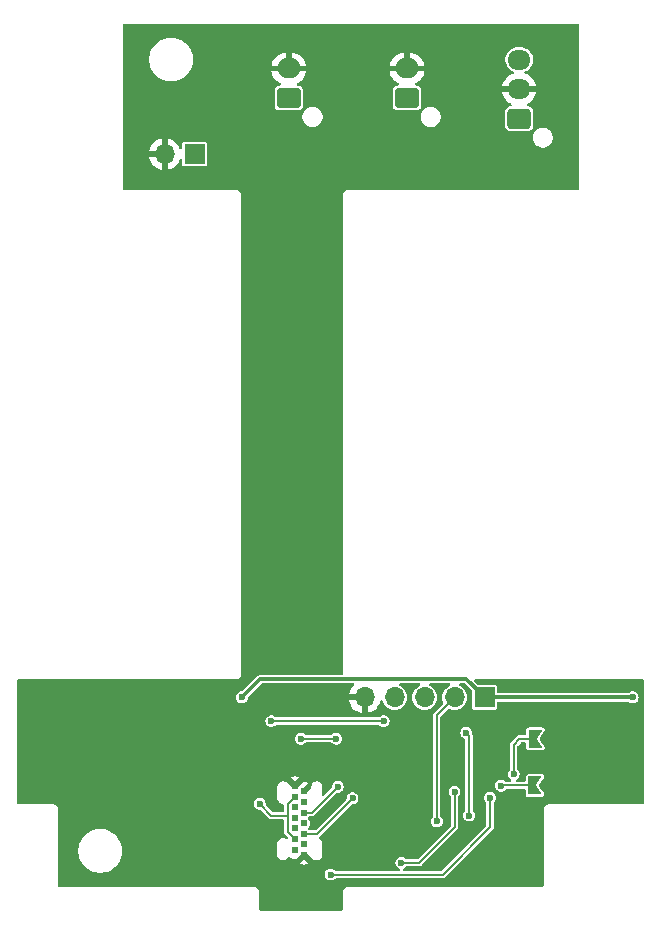
<source format=gbr>
%TF.GenerationSoftware,KiCad,Pcbnew,8.0.8*%
%TF.CreationDate,2025-01-17T17:00:28+08:00*%
%TF.ProjectId,The Button,54686520-4275-4747-946f-6e2e6b696361,rev?*%
%TF.SameCoordinates,Original*%
%TF.FileFunction,Copper,L2,Bot*%
%TF.FilePolarity,Positive*%
%FSLAX46Y46*%
G04 Gerber Fmt 4.6, Leading zero omitted, Abs format (unit mm)*
G04 Created by KiCad (PCBNEW 8.0.8) date 2025-01-17 17:00:28*
%MOMM*%
%LPD*%
G01*
G04 APERTURE LIST*
G04 Aperture macros list*
%AMRoundRect*
0 Rectangle with rounded corners*
0 $1 Rounding radius*
0 $2 $3 $4 $5 $6 $7 $8 $9 X,Y pos of 4 corners*
0 Add a 4 corners polygon primitive as box body*
4,1,4,$2,$3,$4,$5,$6,$7,$8,$9,$2,$3,0*
0 Add four circle primitives for the rounded corners*
1,1,$1+$1,$2,$3*
1,1,$1+$1,$4,$5*
1,1,$1+$1,$6,$7*
1,1,$1+$1,$8,$9*
0 Add four rect primitives between the rounded corners*
20,1,$1+$1,$2,$3,$4,$5,0*
20,1,$1+$1,$4,$5,$6,$7,0*
20,1,$1+$1,$6,$7,$8,$9,0*
20,1,$1+$1,$8,$9,$2,$3,0*%
%AMFreePoly0*
4,1,6,1.000000,0.000000,0.500000,-0.750000,-0.500000,-0.750000,-0.500000,0.750000,0.500000,0.750000,1.000000,0.000000,1.000000,0.000000,$1*%
%AMFreePoly1*
4,1,6,0.500000,-0.750000,-0.650000,-0.750000,-0.150000,0.000000,-0.650000,0.750000,0.500000,0.750000,0.500000,-0.750000,0.500000,-0.750000,$1*%
G04 Aperture macros list end*
%TA.AperFunction,SMDPad,CuDef*%
%ADD10FreePoly0,180.000000*%
%TD*%
%TA.AperFunction,SMDPad,CuDef*%
%ADD11FreePoly1,180.000000*%
%TD*%
%TA.AperFunction,ComponentPad*%
%ADD12R,1.700000X1.700000*%
%TD*%
%TA.AperFunction,ComponentPad*%
%ADD13O,1.700000X1.700000*%
%TD*%
%TA.AperFunction,ComponentPad*%
%ADD14RoundRect,0.250000X0.750000X-0.600000X0.750000X0.600000X-0.750000X0.600000X-0.750000X-0.600000X0*%
%TD*%
%TA.AperFunction,ComponentPad*%
%ADD15O,2.000000X1.700000*%
%TD*%
%TA.AperFunction,ComponentPad*%
%ADD16RoundRect,0.250000X0.725000X-0.600000X0.725000X0.600000X-0.725000X0.600000X-0.725000X-0.600000X0*%
%TD*%
%TA.AperFunction,ComponentPad*%
%ADD17O,1.950000X1.700000*%
%TD*%
%TA.AperFunction,ComponentPad*%
%ADD18C,0.609600*%
%TD*%
%TA.AperFunction,ViaPad*%
%ADD19C,0.600000*%
%TD*%
%TA.AperFunction,Conductor*%
%ADD20C,0.200000*%
%TD*%
%TA.AperFunction,Conductor*%
%ADD21C,0.300000*%
%TD*%
G04 APERTURE END LIST*
D10*
%TO.P,JP2,1,A*%
%TO.N,GND*%
X192225000Y-85000000D03*
D11*
%TO.P,JP2,2,B*%
%TO.N,HW_CFG_2*%
X190775000Y-85000000D03*
%TD*%
%TO.P,JP1,2,B*%
%TO.N,HW_CFG_1*%
X190731908Y-88958646D03*
D10*
%TO.P,JP1,1,A*%
%TO.N,GND*%
X192181908Y-88958646D03*
%TD*%
D12*
%TO.P,J7,1,Pin_1*%
%TO.N,Net-(J7-Pin_1)*%
X162000000Y-35500000D03*
D13*
%TO.P,J7,2,Pin_2*%
%TO.N,GND*%
X159460000Y-35500000D03*
%TD*%
%TO.P,J5,5,Pin_5*%
%TO.N,GND*%
X176390000Y-81500000D03*
%TO.P,J5,4,Pin_4*%
%TO.N,NRST*%
X178930000Y-81500000D03*
%TO.P,J5,3,Pin_3*%
%TO.N,SWDCLK*%
X181470000Y-81500000D03*
%TO.P,J5,2,Pin_2*%
%TO.N,SWDIO*%
X184010000Y-81500000D03*
D12*
%TO.P,J5,1,Pin_1*%
%TO.N,VDD_3V*%
X186550000Y-81500000D03*
%TD*%
D14*
%TO.P,J1,1,Pin_1*%
%TO.N,BTN_HI*%
X169975000Y-30750000D03*
D15*
%TO.P,J1,2,Pin_2*%
%TO.N,GND*%
X169975000Y-28250000D03*
%TD*%
D16*
%TO.P,J6,1,Pin_1*%
%TO.N,BTN_KEY*%
X189475000Y-32500000D03*
D17*
%TO.P,J6,2,Pin_2*%
%TO.N,GND*%
X189475000Y-30000000D03*
%TO.P,J6,3,Pin_3*%
%TO.N,unconnected-(J6-Pin_3-Pad3)*%
X189475000Y-27500000D03*
%TD*%
D18*
%TO.P,J2,A1,GND*%
%TO.N,GND*%
X170500000Y-94399999D03*
%TO.P,J2,A4,VBUS*%
%TO.N,VDDA_5V*%
X170500000Y-93499998D03*
%TO.P,J2,A5,CC1*%
%TO.N,Net-(J2-CC1)*%
X170500000Y-92600000D03*
%TO.P,J2,A6,DP1*%
%TO.N,D_P*%
X170500000Y-91699999D03*
%TO.P,J2,A7,DN1*%
%TO.N,D_N*%
X170500000Y-90799999D03*
%TO.P,J2,A9,VBUS*%
%TO.N,VDDA_5V*%
X170500000Y-89900000D03*
%TO.P,J2,A12,GND*%
%TO.N,GND*%
X170500000Y-89000000D03*
%TO.P,J2,B1,GND*%
X171280001Y-89450000D03*
%TO.P,J2,B4,VBUS*%
%TO.N,VDDA_5V*%
X171280001Y-90350000D03*
%TO.P,J2,B5,CC2*%
%TO.N,Net-(J2-CC2)*%
X171280001Y-91249999D03*
%TO.P,J2,B6,DP2*%
%TO.N,D_P*%
X171280001Y-92149999D03*
%TO.P,J2,B7,DN2*%
%TO.N,D_N*%
X171280001Y-93050000D03*
%TO.P,J2,B9,VBUS*%
%TO.N,VDDA_5V*%
X171280001Y-93949998D03*
%TO.P,J2,B12,GND*%
%TO.N,GND*%
X171280001Y-94849999D03*
%TD*%
D14*
%TO.P,J4,1,Pin_1*%
%TO.N,BTN_LO*%
X179975000Y-30750000D03*
D15*
%TO.P,J4,2,Pin_2*%
%TO.N,GND*%
X179975000Y-28250000D03*
%TD*%
D19*
%TO.N,HW_CFG_1*%
X187941167Y-88967837D03*
%TO.N,HW_CFG_2*%
X189000000Y-88000000D03*
%TO.N,GND*%
X177637500Y-91000000D03*
X184500000Y-97250000D03*
X191000000Y-93500000D03*
X189730000Y-87152933D03*
X196750000Y-83000000D03*
X171250000Y-82750000D03*
X180500000Y-86250000D03*
X183250000Y-90500000D03*
X184750000Y-93750000D03*
X187250000Y-94000000D03*
X197000000Y-85000000D03*
X194000000Y-83000000D03*
X189000000Y-84000000D03*
X190000000Y-96250000D03*
X173750000Y-94250000D03*
X170500000Y-86750000D03*
X171000000Y-98000000D03*
X164500000Y-94250000D03*
X152250000Y-82000000D03*
X161500000Y-83250000D03*
X169500000Y-42250000D03*
X171250000Y-44000000D03*
X172750000Y-46750000D03*
X174250000Y-49750000D03*
X174250000Y-63500000D03*
X174250000Y-77250000D03*
X172750000Y-74250000D03*
X171250000Y-70500000D03*
X169500000Y-66250000D03*
X169500000Y-55500000D03*
X171250000Y-58250000D03*
X172750000Y-60750000D03*
X172750000Y-39750000D03*
X171500000Y-37500000D03*
X177500000Y-36500000D03*
X168000000Y-36500000D03*
X167000000Y-41000000D03*
X167000000Y-50000000D03*
X167000000Y-63000000D03*
X167000000Y-76500000D03*
X167500000Y-85000000D03*
X169500000Y-81500000D03*
X173500000Y-82500000D03*
%TO.N,Net-(J7-Pin_1)*%
X168500000Y-83500000D03*
X178000000Y-83500000D03*
%TO.N,BTN_HI*%
X171000000Y-85000000D03*
X174000000Y-85000000D03*
%TO.N,USR_LED_1*%
X187000000Y-90000000D03*
X173500000Y-96500000D03*
%TO.N,USR_LED_2*%
X184000000Y-89500000D03*
X179505241Y-95505241D03*
%TO.N,VDD_3V*%
X166000000Y-81500000D03*
%TO.N,SWDIO*%
X182500002Y-92000000D03*
%TO.N,SWDCLK*%
X185000000Y-84500000D03*
X185230000Y-91500000D03*
%TO.N,VDD_3V*%
X199090000Y-81500000D03*
%TO.N,VDDA_5V*%
X167500000Y-90500000D03*
%TO.N,Net-(J2-CC2)*%
X174111199Y-89078823D03*
%TO.N,D_N*%
X175362514Y-90050000D03*
%TO.N,GND*%
X152500000Y-89000000D03*
X161750000Y-87250000D03*
X159750000Y-92250000D03*
X157500000Y-96500000D03*
%TD*%
D20*
%TO.N,HW_CFG_1*%
X190731908Y-88958646D02*
X188041354Y-88958646D01*
X188041354Y-88958646D02*
X188000000Y-89000000D01*
X187967837Y-88967837D02*
X187941167Y-88967837D01*
X188000000Y-89000000D02*
X187967837Y-88967837D01*
%TO.N,HW_CFG_2*%
X189500000Y-85000000D02*
X190275000Y-85000000D01*
X189000000Y-85500000D02*
X189000000Y-88000000D01*
X189500000Y-85000000D02*
X189000000Y-85500000D01*
%TO.N,Net-(J2-CC2)*%
X171280001Y-91249999D02*
X171940023Y-91249999D01*
X171940023Y-91249999D02*
X174111199Y-89078823D01*
%TO.N,BTN_HI*%
X174000000Y-85000000D02*
X171000000Y-85000000D01*
%TO.N,Net-(J7-Pin_1)*%
X178000000Y-83500000D02*
X168500000Y-83500000D01*
D21*
%TO.N,VDD_3V*%
X186550000Y-81500000D02*
X185000000Y-79950000D01*
X185000000Y-79950000D02*
X167550000Y-79950000D01*
X167550000Y-79950000D02*
X166000000Y-81500000D01*
D20*
%TO.N,USR_LED_2*%
X184000000Y-92500000D02*
X184000000Y-89500000D01*
X179505241Y-95505241D02*
X180994759Y-95505241D01*
X180994759Y-95505241D02*
X184000000Y-92500000D01*
%TO.N,SWDIO*%
X184010000Y-81500000D02*
X182500002Y-83009998D01*
X182500002Y-83009998D02*
X182500002Y-92000000D01*
%TO.N,USR_LED_1*%
X173500000Y-96500000D02*
X183000000Y-96500000D01*
X183000000Y-96500000D02*
X187000000Y-92500000D01*
X187000000Y-92500000D02*
X187000000Y-90000000D01*
%TO.N,SWDCLK*%
X185000000Y-84500000D02*
X185230000Y-84730000D01*
X185230000Y-84730000D02*
X185230000Y-91500000D01*
D21*
%TO.N,VDD_3V*%
X186550000Y-81500000D02*
X199090000Y-81500000D01*
D20*
%TO.N,VDDA_5V*%
X169866800Y-91500000D02*
X169866800Y-90533200D01*
X169866800Y-92866798D02*
X169866800Y-91500000D01*
X168500000Y-91500000D02*
X167500000Y-90500000D01*
X169866800Y-91500000D02*
X168500000Y-91500000D01*
X170500000Y-93499998D02*
X169866800Y-92866798D01*
X169866800Y-90533200D02*
X170500000Y-89900000D01*
%TO.N,D_N*%
X171280001Y-93050000D02*
X172362514Y-93050000D01*
X172362514Y-93050000D02*
X175362514Y-90050000D01*
%TD*%
%TA.AperFunction,Conductor*%
%TO.N,GND*%
G36*
X194492539Y-24470185D02*
G01*
X194538294Y-24522989D01*
X194549500Y-24574500D01*
X194549500Y-38425500D01*
X194529815Y-38492539D01*
X194477011Y-38538294D01*
X194425500Y-38549500D01*
X175059309Y-38549500D01*
X174940691Y-38549500D01*
X174826114Y-38580201D01*
X174826112Y-38580201D01*
X174826112Y-38580202D01*
X174723387Y-38639511D01*
X174723384Y-38639513D01*
X174639513Y-38723384D01*
X174639511Y-38723387D01*
X174580201Y-38826114D01*
X174549500Y-38940691D01*
X174549500Y-38940693D01*
X174549500Y-79475500D01*
X174529815Y-79542539D01*
X174477011Y-79588294D01*
X174425500Y-79599500D01*
X167503856Y-79599500D01*
X167414712Y-79623386D01*
X167414709Y-79623387D01*
X167334791Y-79669527D01*
X167334786Y-79669531D01*
X166041137Y-80963181D01*
X165979814Y-80996666D01*
X165953456Y-80999500D01*
X165928036Y-80999500D01*
X165789949Y-81040045D01*
X165668873Y-81117856D01*
X165668872Y-81117856D01*
X165668872Y-81117857D01*
X165665218Y-81122074D01*
X165574623Y-81226626D01*
X165574622Y-81226628D01*
X165514834Y-81357543D01*
X165494353Y-81500000D01*
X165514834Y-81642456D01*
X165568266Y-81759454D01*
X165574623Y-81773373D01*
X165668872Y-81882143D01*
X165789947Y-81959953D01*
X165789950Y-81959954D01*
X165789949Y-81959954D01*
X165880686Y-81986596D01*
X165926336Y-82000000D01*
X165928036Y-82000499D01*
X165928038Y-82000500D01*
X165928039Y-82000500D01*
X166071962Y-82000500D01*
X166071962Y-82000499D01*
X166210053Y-81959953D01*
X166331128Y-81882143D01*
X166425377Y-81773373D01*
X166485165Y-81642457D01*
X166501447Y-81529208D01*
X166530470Y-81465656D01*
X166536489Y-81459191D01*
X167658863Y-80336819D01*
X167720186Y-80303334D01*
X167746544Y-80300500D01*
X175380950Y-80300500D01*
X175447989Y-80320185D01*
X175493744Y-80372989D01*
X175503688Y-80442147D01*
X175474663Y-80505703D01*
X175468631Y-80512181D01*
X175351891Y-80628920D01*
X175351886Y-80628926D01*
X175216400Y-80822420D01*
X175216399Y-80822422D01*
X175116570Y-81036507D01*
X175116567Y-81036513D01*
X175059364Y-81249999D01*
X175059364Y-81250000D01*
X175956988Y-81250000D01*
X175924075Y-81307007D01*
X175890000Y-81434174D01*
X175890000Y-81565826D01*
X175924075Y-81692993D01*
X175956988Y-81750000D01*
X175059364Y-81750000D01*
X175116567Y-81963486D01*
X175116570Y-81963492D01*
X175216399Y-82177578D01*
X175351894Y-82371082D01*
X175518917Y-82538105D01*
X175712421Y-82673600D01*
X175926507Y-82773429D01*
X175926516Y-82773433D01*
X176140000Y-82830634D01*
X176140000Y-81933012D01*
X176197007Y-81965925D01*
X176324174Y-82000000D01*
X176455826Y-82000000D01*
X176582993Y-81965925D01*
X176640000Y-81933012D01*
X176640000Y-82830633D01*
X176853483Y-82773433D01*
X176853492Y-82773429D01*
X177067578Y-82673600D01*
X177261082Y-82538105D01*
X177428105Y-82371082D01*
X177563600Y-82177578D01*
X177663429Y-81963492D01*
X177663433Y-81963483D01*
X177696158Y-81841350D01*
X177732522Y-81781690D01*
X177795369Y-81751160D01*
X177864745Y-81759454D01*
X177918623Y-81803939D01*
X177934593Y-81837447D01*
X177948152Y-81882145D01*
X177954769Y-81903956D01*
X177961502Y-81916554D01*
X178052315Y-82086450D01*
X178052317Y-82086452D01*
X178183589Y-82246410D01*
X178280209Y-82325702D01*
X178343550Y-82377685D01*
X178526046Y-82475232D01*
X178724066Y-82535300D01*
X178724065Y-82535300D01*
X178742529Y-82537118D01*
X178930000Y-82555583D01*
X179135934Y-82535300D01*
X179333954Y-82475232D01*
X179516450Y-82377685D01*
X179676410Y-82246410D01*
X179807685Y-82086450D01*
X179905232Y-81903954D01*
X179965300Y-81705934D01*
X179985583Y-81500000D01*
X179965300Y-81294066D01*
X179905232Y-81096046D01*
X179807685Y-80913550D01*
X179732897Y-80822420D01*
X179676410Y-80753589D01*
X179526121Y-80630252D01*
X179516450Y-80622315D01*
X179350959Y-80533857D01*
X179301116Y-80484895D01*
X179285656Y-80416757D01*
X179309488Y-80351078D01*
X179365046Y-80308709D01*
X179409414Y-80300500D01*
X180990586Y-80300500D01*
X181057625Y-80320185D01*
X181103380Y-80372989D01*
X181113324Y-80442147D01*
X181084299Y-80505703D01*
X181049040Y-80533857D01*
X180883550Y-80622315D01*
X180883548Y-80622316D01*
X180883547Y-80622317D01*
X180723589Y-80753589D01*
X180596161Y-80908863D01*
X180592315Y-80913550D01*
X180562042Y-80970186D01*
X180494769Y-81096043D01*
X180434699Y-81294067D01*
X180414417Y-81500000D01*
X180434699Y-81705932D01*
X180455157Y-81773373D01*
X180488152Y-81882145D01*
X180494769Y-81903956D01*
X180501502Y-81916554D01*
X180592315Y-82086450D01*
X180592317Y-82086452D01*
X180723589Y-82246410D01*
X180820209Y-82325702D01*
X180883550Y-82377685D01*
X181066046Y-82475232D01*
X181264066Y-82535300D01*
X181264065Y-82535300D01*
X181282529Y-82537118D01*
X181470000Y-82555583D01*
X181675934Y-82535300D01*
X181873954Y-82475232D01*
X182056450Y-82377685D01*
X182216410Y-82246410D01*
X182347685Y-82086450D01*
X182445232Y-81903954D01*
X182505300Y-81705934D01*
X182525583Y-81500000D01*
X182505300Y-81294066D01*
X182445232Y-81096046D01*
X182347685Y-80913550D01*
X182272897Y-80822420D01*
X182216410Y-80753589D01*
X182066121Y-80630252D01*
X182056450Y-80622315D01*
X181890959Y-80533857D01*
X181841116Y-80484895D01*
X181825656Y-80416757D01*
X181849488Y-80351078D01*
X181905046Y-80308709D01*
X181949414Y-80300500D01*
X183530586Y-80300500D01*
X183597625Y-80320185D01*
X183643380Y-80372989D01*
X183653324Y-80442147D01*
X183624299Y-80505703D01*
X183589040Y-80533857D01*
X183423550Y-80622315D01*
X183423548Y-80622316D01*
X183423547Y-80622317D01*
X183263589Y-80753589D01*
X183136161Y-80908863D01*
X183132315Y-80913550D01*
X183102042Y-80970186D01*
X183034769Y-81096043D01*
X182974699Y-81294067D01*
X182954417Y-81500000D01*
X182974699Y-81705932D01*
X182995157Y-81773373D01*
X183028152Y-81882145D01*
X183034769Y-81903956D01*
X183042379Y-81918193D01*
X183056620Y-81986596D01*
X183031619Y-82051840D01*
X183020701Y-82064326D01*
X182315491Y-82769538D01*
X182259543Y-82825485D01*
X182259537Y-82825493D01*
X182219984Y-82894002D01*
X182219981Y-82894007D01*
X182199502Y-82970437D01*
X182199502Y-91536260D01*
X182179817Y-91603299D01*
X182169215Y-91617462D01*
X182074627Y-91726622D01*
X182074624Y-91726628D01*
X182014836Y-91857543D01*
X181994355Y-92000000D01*
X182014836Y-92142456D01*
X182018281Y-92149999D01*
X182074625Y-92273373D01*
X182168874Y-92382143D01*
X182289949Y-92459953D01*
X182289952Y-92459954D01*
X182289951Y-92459954D01*
X182428038Y-92500499D01*
X182428040Y-92500500D01*
X182428041Y-92500500D01*
X182571964Y-92500500D01*
X182571964Y-92500499D01*
X182679123Y-92469035D01*
X182710052Y-92459954D01*
X182710052Y-92459953D01*
X182710055Y-92459953D01*
X182831130Y-92382143D01*
X182925379Y-92273373D01*
X182985167Y-92142457D01*
X183005649Y-92000000D01*
X182985167Y-91857543D01*
X182925379Y-91726627D01*
X182925377Y-91726625D01*
X182925376Y-91726622D01*
X182830789Y-91617462D01*
X182801764Y-91553906D01*
X182800502Y-91536260D01*
X182800502Y-84500000D01*
X184494353Y-84500000D01*
X184514834Y-84642456D01*
X184574622Y-84773371D01*
X184574623Y-84773373D01*
X184668872Y-84882143D01*
X184789947Y-84959953D01*
X184840435Y-84974777D01*
X184899212Y-85012550D01*
X184928238Y-85076105D01*
X184929500Y-85093754D01*
X184929500Y-91036260D01*
X184909815Y-91103299D01*
X184899213Y-91117462D01*
X184804625Y-91226622D01*
X184804622Y-91226628D01*
X184744834Y-91357543D01*
X184724353Y-91500000D01*
X184744834Y-91642456D01*
X184789592Y-91740460D01*
X184804623Y-91773373D01*
X184898872Y-91882143D01*
X185019947Y-91959953D01*
X185019950Y-91959954D01*
X185019949Y-91959954D01*
X185127107Y-91991417D01*
X185156336Y-92000000D01*
X185158036Y-92000499D01*
X185158038Y-92000500D01*
X185158039Y-92000500D01*
X185301962Y-92000500D01*
X185301962Y-92000499D01*
X185440053Y-91959953D01*
X185561128Y-91882143D01*
X185655377Y-91773373D01*
X185715165Y-91642457D01*
X185735647Y-91500000D01*
X185715165Y-91357543D01*
X185655377Y-91226627D01*
X185655375Y-91226625D01*
X185655374Y-91226622D01*
X185560787Y-91117462D01*
X185531762Y-91053906D01*
X185530500Y-91036260D01*
X185530500Y-88967837D01*
X187435520Y-88967837D01*
X187456001Y-89110293D01*
X187510548Y-89229731D01*
X187515790Y-89241210D01*
X187610039Y-89349980D01*
X187731114Y-89427790D01*
X187731117Y-89427791D01*
X187731116Y-89427791D01*
X187869203Y-89468336D01*
X187869205Y-89468337D01*
X187869206Y-89468337D01*
X188013129Y-89468337D01*
X188013129Y-89468336D01*
X188151220Y-89427790D01*
X188272295Y-89349980D01*
X188272297Y-89349978D01*
X188313919Y-89301944D01*
X188372696Y-89264169D01*
X188407632Y-89259146D01*
X189902408Y-89259146D01*
X189969447Y-89278831D01*
X190015202Y-89331635D01*
X190026408Y-89383146D01*
X190026408Y-89708650D01*
X190031559Y-89754374D01*
X190071241Y-89836772D01*
X190071242Y-89836773D01*
X190142745Y-89893795D01*
X190202979Y-89907543D01*
X190231903Y-89914145D01*
X190231908Y-89914146D01*
X191381904Y-89914146D01*
X191381908Y-89914146D01*
X191454993Y-89900711D01*
X191531089Y-89849980D01*
X191577638Y-89771256D01*
X191585420Y-89680132D01*
X191552894Y-89594655D01*
X191256029Y-89149357D01*
X191174743Y-89027428D01*
X191153935Y-88960729D01*
X191172490Y-88893368D01*
X191174716Y-88889903D01*
X191552894Y-88322637D01*
X191582256Y-88254374D01*
X191582256Y-88162918D01*
X191542574Y-88080519D01*
X191471071Y-88023497D01*
X191381912Y-88003146D01*
X191381908Y-88003146D01*
X190231908Y-88003146D01*
X190231903Y-88003146D01*
X190186179Y-88008297D01*
X190103781Y-88047979D01*
X190046759Y-88119482D01*
X190026408Y-88208641D01*
X190026408Y-88534146D01*
X190006723Y-88601185D01*
X189953919Y-88646940D01*
X189902408Y-88658146D01*
X189323964Y-88658146D01*
X189256925Y-88638461D01*
X189211170Y-88585657D01*
X189201226Y-88516499D01*
X189230251Y-88452943D01*
X189256925Y-88429830D01*
X189331128Y-88382143D01*
X189425377Y-88273373D01*
X189485165Y-88142457D01*
X189505647Y-88000000D01*
X189485165Y-87857543D01*
X189425377Y-87726627D01*
X189425375Y-87726625D01*
X189425374Y-87726622D01*
X189330787Y-87617462D01*
X189301762Y-87553906D01*
X189300500Y-87536260D01*
X189300500Y-85675833D01*
X189320185Y-85608794D01*
X189336819Y-85588152D01*
X189588152Y-85336819D01*
X189649475Y-85303334D01*
X189675833Y-85300500D01*
X189945500Y-85300500D01*
X190012539Y-85320185D01*
X190058294Y-85372989D01*
X190069500Y-85424500D01*
X190069500Y-85750004D01*
X190074651Y-85795728D01*
X190114333Y-85878126D01*
X190114334Y-85878127D01*
X190185837Y-85935149D01*
X190261203Y-85952351D01*
X190274995Y-85955499D01*
X190275000Y-85955500D01*
X191424996Y-85955500D01*
X191425000Y-85955500D01*
X191498085Y-85942065D01*
X191574181Y-85891334D01*
X191620730Y-85812610D01*
X191628512Y-85721486D01*
X191595986Y-85636009D01*
X191345007Y-85259540D01*
X191217835Y-85068782D01*
X191197027Y-85002083D01*
X191215582Y-84934722D01*
X191217808Y-84931257D01*
X191595986Y-84363991D01*
X191625348Y-84295728D01*
X191625348Y-84204272D01*
X191585666Y-84121873D01*
X191514163Y-84064851D01*
X191425004Y-84044500D01*
X191425000Y-84044500D01*
X190275000Y-84044500D01*
X190274995Y-84044500D01*
X190229271Y-84049651D01*
X190146873Y-84089333D01*
X190089851Y-84160836D01*
X190069500Y-84249995D01*
X190069500Y-84575500D01*
X190049815Y-84642539D01*
X189997011Y-84688294D01*
X189945500Y-84699500D01*
X189460438Y-84699500D01*
X189384010Y-84719978D01*
X189315489Y-84759540D01*
X189315486Y-84759542D01*
X188759541Y-85315487D01*
X188759535Y-85315495D01*
X188719982Y-85384004D01*
X188719979Y-85384009D01*
X188699500Y-85460439D01*
X188699500Y-87536260D01*
X188679815Y-87603299D01*
X188669213Y-87617462D01*
X188574625Y-87726622D01*
X188574622Y-87726628D01*
X188514834Y-87857543D01*
X188494353Y-88000000D01*
X188514834Y-88142456D01*
X188574622Y-88273371D01*
X188574623Y-88273373D01*
X188668872Y-88382143D01*
X188743075Y-88429830D01*
X188788830Y-88482634D01*
X188798774Y-88551793D01*
X188769749Y-88615349D01*
X188710971Y-88653123D01*
X188676036Y-88658146D01*
X188391704Y-88658146D01*
X188324665Y-88638461D01*
X188297992Y-88615349D01*
X188272297Y-88585696D01*
X188272296Y-88585695D01*
X188272295Y-88585694D01*
X188151220Y-88507884D01*
X188151218Y-88507883D01*
X188151216Y-88507882D01*
X188151217Y-88507882D01*
X188013130Y-88467337D01*
X188013128Y-88467337D01*
X187869206Y-88467337D01*
X187869203Y-88467337D01*
X187731116Y-88507882D01*
X187610040Y-88585693D01*
X187515790Y-88694463D01*
X187515789Y-88694465D01*
X187456001Y-88825380D01*
X187435520Y-88967837D01*
X185530500Y-88967837D01*
X185530500Y-84690439D01*
X185530500Y-84690438D01*
X185510021Y-84614011D01*
X185510020Y-84614009D01*
X185510019Y-84614005D01*
X185507624Y-84608223D01*
X185499446Y-84543124D01*
X185505647Y-84500000D01*
X185485165Y-84357543D01*
X185425377Y-84226627D01*
X185331128Y-84117857D01*
X185210053Y-84040047D01*
X185210051Y-84040046D01*
X185210049Y-84040045D01*
X185210050Y-84040045D01*
X185071963Y-83999500D01*
X185071961Y-83999500D01*
X184928039Y-83999500D01*
X184928036Y-83999500D01*
X184789949Y-84040045D01*
X184668873Y-84117856D01*
X184574623Y-84226626D01*
X184574622Y-84226628D01*
X184514834Y-84357543D01*
X184494353Y-84500000D01*
X182800502Y-84500000D01*
X182800502Y-83185830D01*
X182820187Y-83118791D01*
X182836817Y-83098153D01*
X183445672Y-82489297D01*
X183506995Y-82455813D01*
X183576687Y-82460797D01*
X183591805Y-82467620D01*
X183606046Y-82475232D01*
X183804066Y-82535300D01*
X183804065Y-82535300D01*
X183822529Y-82537118D01*
X184010000Y-82555583D01*
X184215934Y-82535300D01*
X184413954Y-82475232D01*
X184596450Y-82377685D01*
X184756410Y-82246410D01*
X184887685Y-82086450D01*
X184985232Y-81903954D01*
X185045300Y-81705934D01*
X185065583Y-81500000D01*
X185045300Y-81294066D01*
X184985232Y-81096046D01*
X184887685Y-80913550D01*
X184812897Y-80822420D01*
X184756410Y-80753589D01*
X184606121Y-80630252D01*
X184596450Y-80622315D01*
X184430959Y-80533857D01*
X184381116Y-80484895D01*
X184365656Y-80416757D01*
X184389488Y-80351078D01*
X184445046Y-80308709D01*
X184489414Y-80300500D01*
X184803456Y-80300500D01*
X184870495Y-80320185D01*
X184891137Y-80336819D01*
X185463181Y-80908863D01*
X185496666Y-80970186D01*
X185499500Y-80996544D01*
X185499500Y-82369752D01*
X185511131Y-82428229D01*
X185511132Y-82428230D01*
X185555447Y-82494552D01*
X185621769Y-82538867D01*
X185621770Y-82538868D01*
X185680247Y-82550499D01*
X185680250Y-82550500D01*
X185680252Y-82550500D01*
X187419750Y-82550500D01*
X187419751Y-82550499D01*
X187434568Y-82547552D01*
X187478229Y-82538868D01*
X187478229Y-82538867D01*
X187478231Y-82538867D01*
X187544552Y-82494552D01*
X187588867Y-82428231D01*
X187588867Y-82428229D01*
X187588868Y-82428229D01*
X187598922Y-82377682D01*
X187600500Y-82369748D01*
X187600500Y-81974500D01*
X187620185Y-81907461D01*
X187672989Y-81861706D01*
X187724500Y-81850500D01*
X198676105Y-81850500D01*
X198743144Y-81870185D01*
X198757312Y-81880790D01*
X198758866Y-81882137D01*
X198758872Y-81882143D01*
X198879947Y-81959953D01*
X198879950Y-81959954D01*
X198879949Y-81959954D01*
X198970686Y-81986596D01*
X199016336Y-82000000D01*
X199018036Y-82000499D01*
X199018038Y-82000500D01*
X199018039Y-82000500D01*
X199161962Y-82000500D01*
X199161962Y-82000499D01*
X199300053Y-81959953D01*
X199421128Y-81882143D01*
X199515377Y-81773373D01*
X199575165Y-81642457D01*
X199595647Y-81500000D01*
X199575165Y-81357543D01*
X199515377Y-81226627D01*
X199421128Y-81117857D01*
X199300053Y-81040047D01*
X199300051Y-81040046D01*
X199300049Y-81040045D01*
X199300050Y-81040045D01*
X199161963Y-80999500D01*
X199161961Y-80999500D01*
X199018039Y-80999500D01*
X199018036Y-80999500D01*
X198879949Y-81040045D01*
X198758876Y-81117854D01*
X198758874Y-81117855D01*
X198758872Y-81117857D01*
X198758870Y-81117858D01*
X198757312Y-81119210D01*
X198755427Y-81120070D01*
X198751411Y-81122652D01*
X198751039Y-81122074D01*
X198693757Y-81148237D01*
X198676105Y-81149500D01*
X187724500Y-81149500D01*
X187657461Y-81129815D01*
X187611706Y-81077011D01*
X187600500Y-81025500D01*
X187600500Y-80630249D01*
X187600499Y-80630247D01*
X187588868Y-80571770D01*
X187588867Y-80571769D01*
X187544552Y-80505447D01*
X187478230Y-80461132D01*
X187478229Y-80461131D01*
X187419752Y-80449500D01*
X187419748Y-80449500D01*
X186046544Y-80449500D01*
X185979505Y-80429815D01*
X185958863Y-80413181D01*
X185707863Y-80162181D01*
X185674378Y-80100858D01*
X185679362Y-80031166D01*
X185721234Y-79975233D01*
X185786698Y-79950816D01*
X185795544Y-79950500D01*
X199925500Y-79950500D01*
X199992539Y-79970185D01*
X200038294Y-80022989D01*
X200049500Y-80074500D01*
X200049500Y-90425500D01*
X200029815Y-90492539D01*
X199977011Y-90538294D01*
X199925500Y-90549500D01*
X192059309Y-90549500D01*
X191940691Y-90549500D01*
X191826114Y-90580201D01*
X191826112Y-90580201D01*
X191826112Y-90580202D01*
X191723387Y-90639511D01*
X191723384Y-90639513D01*
X191639513Y-90723384D01*
X191639511Y-90723387D01*
X191580201Y-90826114D01*
X191549500Y-90940691D01*
X191549500Y-90940693D01*
X191549500Y-97425500D01*
X191529815Y-97492539D01*
X191477011Y-97538294D01*
X191425500Y-97549500D01*
X175059309Y-97549500D01*
X174940691Y-97549500D01*
X174826114Y-97580201D01*
X174826112Y-97580201D01*
X174826112Y-97580202D01*
X174723387Y-97639511D01*
X174723384Y-97639513D01*
X174639513Y-97723384D01*
X174639511Y-97723387D01*
X174580201Y-97826114D01*
X174549500Y-97940691D01*
X174549500Y-97940693D01*
X174549500Y-99425500D01*
X174529815Y-99492539D01*
X174477011Y-99538294D01*
X174425500Y-99549500D01*
X167574500Y-99549500D01*
X167507461Y-99529815D01*
X167461706Y-99477011D01*
X167450500Y-99425500D01*
X167450500Y-97940693D01*
X167450500Y-97940691D01*
X167419799Y-97826114D01*
X167360489Y-97723387D01*
X167276613Y-97639511D01*
X167173886Y-97580201D01*
X167059309Y-97549500D01*
X167059306Y-97549500D01*
X150574500Y-97549500D01*
X150507461Y-97529815D01*
X150461706Y-97477011D01*
X150450500Y-97425500D01*
X150450500Y-96500000D01*
X172994353Y-96500000D01*
X173014834Y-96642456D01*
X173059591Y-96740458D01*
X173074623Y-96773373D01*
X173168872Y-96882143D01*
X173289947Y-96959953D01*
X173289950Y-96959954D01*
X173289949Y-96959954D01*
X173428036Y-97000499D01*
X173428038Y-97000500D01*
X173428039Y-97000500D01*
X173571962Y-97000500D01*
X173571962Y-97000499D01*
X173710053Y-96959953D01*
X173831128Y-96882143D01*
X173864788Y-96843296D01*
X173923567Y-96805523D01*
X173958501Y-96800500D01*
X183039560Y-96800500D01*
X183039562Y-96800500D01*
X183115989Y-96780021D01*
X183184511Y-96740460D01*
X183240460Y-96684511D01*
X187240460Y-92684511D01*
X187242394Y-92681162D01*
X187280021Y-92615989D01*
X187300500Y-92539562D01*
X187300500Y-90463738D01*
X187320185Y-90396699D01*
X187330787Y-90382535D01*
X187331124Y-90382144D01*
X187331128Y-90382143D01*
X187425377Y-90273373D01*
X187485165Y-90142457D01*
X187505647Y-90000000D01*
X187485165Y-89857543D01*
X187425377Y-89726627D01*
X187331128Y-89617857D01*
X187210053Y-89540047D01*
X187210051Y-89540046D01*
X187210049Y-89540045D01*
X187210050Y-89540045D01*
X187071963Y-89499500D01*
X187071961Y-89499500D01*
X186928039Y-89499500D01*
X186928036Y-89499500D01*
X186789949Y-89540045D01*
X186668873Y-89617856D01*
X186668872Y-89617856D01*
X186668872Y-89617857D01*
X186663545Y-89624005D01*
X186574623Y-89726626D01*
X186574622Y-89726628D01*
X186514834Y-89857543D01*
X186494353Y-90000000D01*
X186514834Y-90142456D01*
X186553275Y-90226628D01*
X186574623Y-90273373D01*
X186668872Y-90382143D01*
X186668875Y-90382144D01*
X186669213Y-90382535D01*
X186698238Y-90446091D01*
X186699500Y-90463738D01*
X186699500Y-92324167D01*
X186679815Y-92391206D01*
X186663181Y-92411848D01*
X182911848Y-96163181D01*
X182850525Y-96196666D01*
X182824167Y-96199500D01*
X179772254Y-96199500D01*
X179705215Y-96179815D01*
X179659460Y-96127011D01*
X179649516Y-96057853D01*
X179678541Y-95994297D01*
X179708867Y-95971596D01*
X179707834Y-95969988D01*
X179715294Y-95965194D01*
X179836369Y-95887384D01*
X179870029Y-95848537D01*
X179928808Y-95810764D01*
X179963742Y-95805741D01*
X181034319Y-95805741D01*
X181034321Y-95805741D01*
X181110748Y-95785262D01*
X181179270Y-95745701D01*
X181235219Y-95689752D01*
X184240460Y-92684511D01*
X184280022Y-92615988D01*
X184300500Y-92539562D01*
X184300500Y-92460438D01*
X184300500Y-89963738D01*
X184320185Y-89896699D01*
X184330787Y-89882535D01*
X184331124Y-89882144D01*
X184331128Y-89882143D01*
X184425377Y-89773373D01*
X184485165Y-89642457D01*
X184505647Y-89500000D01*
X184485165Y-89357543D01*
X184425377Y-89226627D01*
X184331128Y-89117857D01*
X184210053Y-89040047D01*
X184210051Y-89040046D01*
X184210049Y-89040045D01*
X184210050Y-89040045D01*
X184071963Y-88999500D01*
X184071961Y-88999500D01*
X183928039Y-88999500D01*
X183928036Y-88999500D01*
X183789949Y-89040045D01*
X183668873Y-89117856D01*
X183574623Y-89226626D01*
X183574622Y-89226628D01*
X183514834Y-89357543D01*
X183494353Y-89500000D01*
X183514834Y-89642456D01*
X183553275Y-89726628D01*
X183574623Y-89773373D01*
X183668872Y-89882143D01*
X183668875Y-89882144D01*
X183669213Y-89882535D01*
X183698238Y-89946091D01*
X183699500Y-89963738D01*
X183699500Y-92324167D01*
X183679815Y-92391206D01*
X183663181Y-92411848D01*
X180906607Y-95168422D01*
X180845284Y-95201907D01*
X180818926Y-95204741D01*
X179963742Y-95204741D01*
X179896703Y-95185056D01*
X179870029Y-95161944D01*
X179836369Y-95123098D01*
X179715294Y-95045288D01*
X179715292Y-95045287D01*
X179715290Y-95045286D01*
X179715291Y-95045286D01*
X179577204Y-95004741D01*
X179577202Y-95004741D01*
X179433280Y-95004741D01*
X179433277Y-95004741D01*
X179295190Y-95045286D01*
X179174114Y-95123097D01*
X179079864Y-95231867D01*
X179079863Y-95231869D01*
X179020075Y-95362784D01*
X178999594Y-95505241D01*
X179020075Y-95647697D01*
X179054345Y-95722736D01*
X179079864Y-95778614D01*
X179174113Y-95887384D01*
X179295188Y-95965194D01*
X179302648Y-95969988D01*
X179301036Y-95972495D01*
X179342542Y-96008459D01*
X179362228Y-96075498D01*
X179342545Y-96142538D01*
X179289742Y-96188293D01*
X179238228Y-96199500D01*
X173958501Y-96199500D01*
X173891462Y-96179815D01*
X173864788Y-96156703D01*
X173852514Y-96142538D01*
X173831128Y-96117857D01*
X173710053Y-96040047D01*
X173710051Y-96040046D01*
X173710049Y-96040045D01*
X173710050Y-96040045D01*
X173571963Y-95999500D01*
X173571961Y-95999500D01*
X173428039Y-95999500D01*
X173428036Y-95999500D01*
X173289949Y-96040045D01*
X173168873Y-96117856D01*
X173074623Y-96226626D01*
X173074622Y-96226628D01*
X173014834Y-96357543D01*
X172994353Y-96500000D01*
X150450500Y-96500000D01*
X150450500Y-94378711D01*
X152149500Y-94378711D01*
X152149500Y-94621288D01*
X152181161Y-94861785D01*
X152243947Y-95096104D01*
X152300183Y-95231869D01*
X152336776Y-95320212D01*
X152458064Y-95530289D01*
X152458066Y-95530292D01*
X152458067Y-95530293D01*
X152605733Y-95722736D01*
X152605739Y-95722743D01*
X152777256Y-95894260D01*
X152777262Y-95894265D01*
X152969711Y-96041936D01*
X153179788Y-96163224D01*
X153403900Y-96256054D01*
X153638211Y-96318838D01*
X153818586Y-96342584D01*
X153878711Y-96350500D01*
X153878712Y-96350500D01*
X154121289Y-96350500D01*
X154169388Y-96344167D01*
X154361789Y-96318838D01*
X154596100Y-96256054D01*
X154820212Y-96163224D01*
X155030289Y-96041936D01*
X155222738Y-95894265D01*
X155394265Y-95722738D01*
X155511357Y-95570141D01*
X170913411Y-95570141D01*
X170928600Y-95579685D01*
X171099788Y-95639586D01*
X171279998Y-95659891D01*
X171280004Y-95659891D01*
X171460216Y-95639586D01*
X171631399Y-95579686D01*
X171631403Y-95579684D01*
X171646590Y-95570140D01*
X171280002Y-95203552D01*
X171280001Y-95203552D01*
X170913411Y-95570141D01*
X155511357Y-95570141D01*
X155541936Y-95530289D01*
X155663224Y-95320212D01*
X155756054Y-95096100D01*
X155818838Y-94861789D01*
X155850500Y-94621288D01*
X155850500Y-94378712D01*
X155818838Y-94138211D01*
X155756054Y-93903900D01*
X155663224Y-93679788D01*
X155541936Y-93469711D01*
X155394265Y-93277262D01*
X155394260Y-93277256D01*
X155222743Y-93105739D01*
X155222736Y-93105733D01*
X155030293Y-92958067D01*
X155030292Y-92958066D01*
X155030289Y-92958064D01*
X154820212Y-92836776D01*
X154820205Y-92836773D01*
X154596104Y-92743947D01*
X154374295Y-92684513D01*
X154361789Y-92681162D01*
X154361788Y-92681161D01*
X154361785Y-92681161D01*
X154121289Y-92649500D01*
X154121288Y-92649500D01*
X153878712Y-92649500D01*
X153878711Y-92649500D01*
X153638214Y-92681161D01*
X153403895Y-92743947D01*
X153179794Y-92836773D01*
X153179785Y-92836777D01*
X152969706Y-92958067D01*
X152777263Y-93105733D01*
X152777256Y-93105739D01*
X152605739Y-93277256D01*
X152605733Y-93277263D01*
X152458067Y-93469706D01*
X152458064Y-93469710D01*
X152458064Y-93469711D01*
X152443918Y-93494212D01*
X152336777Y-93679785D01*
X152336773Y-93679794D01*
X152243947Y-93903895D01*
X152181161Y-94138214D01*
X152149500Y-94378711D01*
X150450500Y-94378711D01*
X150450500Y-90940693D01*
X150450500Y-90940691D01*
X150419799Y-90826114D01*
X150360489Y-90723387D01*
X150276613Y-90639511D01*
X150173886Y-90580201D01*
X150059309Y-90549500D01*
X150059306Y-90549500D01*
X147074500Y-90549500D01*
X147007461Y-90529815D01*
X146981626Y-90500000D01*
X166994353Y-90500000D01*
X167014834Y-90642456D01*
X167051795Y-90723387D01*
X167074623Y-90773373D01*
X167168872Y-90882143D01*
X167289947Y-90959953D01*
X167289950Y-90959954D01*
X167289949Y-90959954D01*
X167397107Y-90991417D01*
X167425280Y-90999690D01*
X167428036Y-91000499D01*
X167428038Y-91000500D01*
X167524167Y-91000500D01*
X167591206Y-91020185D01*
X167611848Y-91036819D01*
X168315489Y-91740460D01*
X168384012Y-91780022D01*
X168460438Y-91800500D01*
X169442300Y-91800500D01*
X169509339Y-91820185D01*
X169555094Y-91872989D01*
X169566300Y-91924500D01*
X169566300Y-92906360D01*
X169586779Y-92982787D01*
X169617291Y-93035635D01*
X169626340Y-93051309D01*
X169626342Y-93051312D01*
X169857613Y-93282583D01*
X169891098Y-93343906D01*
X169886114Y-93413598D01*
X169844242Y-93469531D01*
X169778778Y-93493948D01*
X169710505Y-93479096D01*
X169707975Y-93477675D01*
X169633886Y-93434900D01*
X169519309Y-93404199D01*
X169400691Y-93404199D01*
X169286114Y-93434900D01*
X169286112Y-93434900D01*
X169286112Y-93434901D01*
X169183387Y-93494210D01*
X169183384Y-93494212D01*
X169099513Y-93578083D01*
X169099511Y-93578086D01*
X169040795Y-93679785D01*
X169040201Y-93680813D01*
X169009500Y-93795390D01*
X169009500Y-94904608D01*
X169040201Y-95019185D01*
X169099511Y-95121912D01*
X169183387Y-95205788D01*
X169286114Y-95265098D01*
X169400691Y-95295799D01*
X169400694Y-95295799D01*
X169519306Y-95295799D01*
X169519309Y-95295799D01*
X169633886Y-95265098D01*
X169736613Y-95205788D01*
X169820489Y-95121912D01*
X169840177Y-95087810D01*
X169890742Y-95039597D01*
X169959349Y-95026373D01*
X170013535Y-95044818D01*
X170148601Y-95129686D01*
X170319787Y-95189586D01*
X170506493Y-95210622D01*
X170507349Y-95210671D01*
X170559857Y-95216588D01*
X171015543Y-94760903D01*
X171076866Y-94727418D01*
X171112653Y-94729977D01*
X171107736Y-94734895D01*
X171076801Y-94809580D01*
X171076801Y-94890418D01*
X171107736Y-94965103D01*
X171164897Y-95022264D01*
X171239582Y-95053199D01*
X171320420Y-95053199D01*
X171395105Y-95022264D01*
X171452266Y-94965103D01*
X171483201Y-94890418D01*
X171483201Y-94809580D01*
X171452266Y-94734895D01*
X171445895Y-94728524D01*
X171500110Y-94732402D01*
X171544458Y-94760903D01*
X172000141Y-95216587D01*
X172011429Y-95215316D01*
X172080251Y-95227370D01*
X172087302Y-95231142D01*
X172146114Y-95265098D01*
X172260691Y-95295799D01*
X172260694Y-95295799D01*
X172379306Y-95295799D01*
X172379309Y-95295799D01*
X172493886Y-95265098D01*
X172596613Y-95205788D01*
X172680489Y-95121912D01*
X172739799Y-95019185D01*
X172770500Y-94904608D01*
X172770500Y-93795390D01*
X172739799Y-93680813D01*
X172680489Y-93578086D01*
X172596613Y-93494210D01*
X172595418Y-93493520D01*
X172575951Y-93482280D01*
X172527736Y-93431713D01*
X172514514Y-93363106D01*
X172540482Y-93298241D01*
X172550264Y-93287220D01*
X172602974Y-93234511D01*
X175250665Y-90586818D01*
X175311988Y-90553334D01*
X175338346Y-90550500D01*
X175434476Y-90550500D01*
X175434476Y-90550499D01*
X175572567Y-90509953D01*
X175693642Y-90432143D01*
X175787891Y-90323373D01*
X175847679Y-90192457D01*
X175868161Y-90050000D01*
X175847679Y-89907543D01*
X175787891Y-89776627D01*
X175693642Y-89667857D01*
X175572567Y-89590047D01*
X175572565Y-89590046D01*
X175572563Y-89590045D01*
X175572564Y-89590045D01*
X175434477Y-89549500D01*
X175434475Y-89549500D01*
X175290553Y-89549500D01*
X175290550Y-89549500D01*
X175152463Y-89590045D01*
X175031387Y-89667856D01*
X174937137Y-89776626D01*
X174937136Y-89776628D01*
X174877348Y-89907543D01*
X174856867Y-90050000D01*
X174856867Y-90050001D01*
X174858175Y-90059103D01*
X174848227Y-90128261D01*
X174823117Y-90164424D01*
X172274362Y-92713181D01*
X172213039Y-92746666D01*
X172186681Y-92749500D01*
X171744853Y-92749500D01*
X171677814Y-92729815D01*
X171651141Y-92706703D01*
X171629044Y-92681202D01*
X171600018Y-92617647D01*
X171609961Y-92548488D01*
X171629044Y-92518796D01*
X171644898Y-92500500D01*
X171709458Y-92425994D01*
X171755960Y-92324167D01*
X171769816Y-92293828D01*
X171769818Y-92293820D01*
X171781415Y-92213162D01*
X171790497Y-92149999D01*
X171769818Y-92006176D01*
X171769817Y-92006174D01*
X171769816Y-92006169D01*
X171709459Y-91874007D01*
X171709458Y-91874004D01*
X171708578Y-91872989D01*
X171629044Y-91781202D01*
X171600018Y-91717647D01*
X171609961Y-91648488D01*
X171629042Y-91618798D01*
X171651142Y-91593294D01*
X171709921Y-91555521D01*
X171744853Y-91550499D01*
X171979583Y-91550499D01*
X171979585Y-91550499D01*
X172056012Y-91530020D01*
X172124534Y-91490459D01*
X172180483Y-91434510D01*
X173999350Y-89615641D01*
X174060673Y-89582157D01*
X174087031Y-89579323D01*
X174183161Y-89579323D01*
X174183161Y-89579322D01*
X174290320Y-89547858D01*
X174321249Y-89538777D01*
X174321249Y-89538776D01*
X174321252Y-89538776D01*
X174442327Y-89460966D01*
X174536576Y-89352196D01*
X174596364Y-89221280D01*
X174616846Y-89078823D01*
X174596364Y-88936366D01*
X174536576Y-88805450D01*
X174442327Y-88696680D01*
X174321252Y-88618870D01*
X174321250Y-88618869D01*
X174321248Y-88618868D01*
X174321249Y-88618868D01*
X174183162Y-88578323D01*
X174183160Y-88578323D01*
X174039238Y-88578323D01*
X174039235Y-88578323D01*
X173901148Y-88618868D01*
X173780072Y-88696679D01*
X173685822Y-88805449D01*
X173685821Y-88805451D01*
X173626033Y-88936366D01*
X173605552Y-89078823D01*
X173605552Y-89078824D01*
X173606860Y-89087926D01*
X173596912Y-89157084D01*
X173571802Y-89193247D01*
X172982181Y-89782869D01*
X172920858Y-89816354D01*
X172851167Y-89811370D01*
X172795233Y-89769499D01*
X172770816Y-89704034D01*
X172770500Y-89695188D01*
X172770500Y-88995391D01*
X172770500Y-88995390D01*
X172770500Y-88995389D01*
X172739799Y-88880812D01*
X172680489Y-88778085D01*
X172596613Y-88694209D01*
X172493886Y-88634899D01*
X172379309Y-88604198D01*
X172260691Y-88604198D01*
X172146114Y-88634899D01*
X172146112Y-88634899D01*
X172146112Y-88634900D01*
X172043387Y-88694209D01*
X172043384Y-88694211D01*
X171959513Y-88778082D01*
X171959511Y-88778085D01*
X171900201Y-88880812D01*
X171869500Y-88995389D01*
X171869500Y-88995390D01*
X171869500Y-88995391D01*
X171869500Y-89162692D01*
X171849815Y-89229731D01*
X171833181Y-89250373D01*
X171544458Y-89539095D01*
X171483135Y-89572580D01*
X171447349Y-89570020D01*
X171452266Y-89565104D01*
X171483201Y-89490419D01*
X171483201Y-89409581D01*
X171452266Y-89334896D01*
X171395105Y-89277735D01*
X171320420Y-89246800D01*
X171239582Y-89246800D01*
X171164897Y-89277735D01*
X171158526Y-89284105D01*
X171162404Y-89229889D01*
X171190905Y-89185542D01*
X171646590Y-88729857D01*
X171646589Y-88729856D01*
X171631401Y-88720313D01*
X171460213Y-88660412D01*
X171273503Y-88639375D01*
X171272656Y-88639328D01*
X171220141Y-88633411D01*
X170764457Y-89089095D01*
X170703134Y-89122580D01*
X170667348Y-89120020D01*
X170672265Y-89115104D01*
X170703200Y-89040419D01*
X170703200Y-88959581D01*
X170672265Y-88884896D01*
X170615104Y-88827735D01*
X170540419Y-88796800D01*
X170459581Y-88796800D01*
X170384896Y-88827735D01*
X170327735Y-88884896D01*
X170296800Y-88959581D01*
X170296800Y-89040419D01*
X170327735Y-89115104D01*
X170334104Y-89121473D01*
X170279889Y-89117596D01*
X170235542Y-89089095D01*
X169779857Y-88633409D01*
X169757861Y-88635888D01*
X169751521Y-88641497D01*
X169682467Y-88652143D01*
X169636868Y-88636621D01*
X169633889Y-88634901D01*
X169633890Y-88634901D01*
X169624494Y-88632383D01*
X169519309Y-88604199D01*
X169400691Y-88604199D01*
X169286114Y-88634900D01*
X169286112Y-88634900D01*
X169286112Y-88634901D01*
X169183387Y-88694210D01*
X169183384Y-88694212D01*
X169099513Y-88778083D01*
X169099511Y-88778086D01*
X169072206Y-88825380D01*
X169040201Y-88880813D01*
X169009500Y-88995390D01*
X169009500Y-90104608D01*
X169040201Y-90219185D01*
X169099511Y-90321912D01*
X169183387Y-90405788D01*
X169286114Y-90465098D01*
X169400691Y-90495799D01*
X169400694Y-90495799D01*
X169442300Y-90495799D01*
X169509339Y-90515484D01*
X169555094Y-90568288D01*
X169566300Y-90619799D01*
X169566300Y-91075500D01*
X169546615Y-91142539D01*
X169493811Y-91188294D01*
X169442300Y-91199500D01*
X168675833Y-91199500D01*
X168608794Y-91179815D01*
X168588152Y-91163181D01*
X168039395Y-90614424D01*
X168005910Y-90553101D01*
X168004339Y-90509094D01*
X168005647Y-90500000D01*
X167985165Y-90357543D01*
X167925377Y-90226627D01*
X167831128Y-90117857D01*
X167710053Y-90040047D01*
X167710051Y-90040046D01*
X167710049Y-90040045D01*
X167710050Y-90040045D01*
X167571963Y-89999500D01*
X167571961Y-89999500D01*
X167428039Y-89999500D01*
X167428036Y-89999500D01*
X167289949Y-90040045D01*
X167168873Y-90117856D01*
X167074623Y-90226626D01*
X167074622Y-90226628D01*
X167014834Y-90357543D01*
X166994353Y-90500000D01*
X146981626Y-90500000D01*
X146961706Y-90477011D01*
X146950500Y-90425500D01*
X146950500Y-88279857D01*
X170133409Y-88279857D01*
X170500000Y-88646446D01*
X170500001Y-88646446D01*
X170866589Y-88279857D01*
X170866588Y-88279856D01*
X170851400Y-88270313D01*
X170680212Y-88210412D01*
X170500003Y-88190108D01*
X170499997Y-88190108D01*
X170319789Y-88210412D01*
X170148600Y-88270313D01*
X170133409Y-88279857D01*
X146950500Y-88279857D01*
X146950500Y-85000000D01*
X170494353Y-85000000D01*
X170514834Y-85142456D01*
X170574622Y-85273371D01*
X170574623Y-85273373D01*
X170668872Y-85382143D01*
X170789947Y-85459953D01*
X170789950Y-85459954D01*
X170789949Y-85459954D01*
X170928036Y-85500499D01*
X170928038Y-85500500D01*
X170928039Y-85500500D01*
X171071962Y-85500500D01*
X171071962Y-85500499D01*
X171208398Y-85460439D01*
X171210050Y-85459954D01*
X171210050Y-85459953D01*
X171210053Y-85459953D01*
X171331128Y-85382143D01*
X171364788Y-85343296D01*
X171423567Y-85305523D01*
X171458501Y-85300500D01*
X173541499Y-85300500D01*
X173608538Y-85320185D01*
X173635211Y-85343296D01*
X173668872Y-85382143D01*
X173789947Y-85459953D01*
X173789950Y-85459954D01*
X173789949Y-85459954D01*
X173928036Y-85500499D01*
X173928038Y-85500500D01*
X173928039Y-85500500D01*
X174071962Y-85500500D01*
X174071962Y-85500499D01*
X174208398Y-85460439D01*
X174210050Y-85459954D01*
X174210050Y-85459953D01*
X174210053Y-85459953D01*
X174331128Y-85382143D01*
X174425377Y-85273373D01*
X174485165Y-85142457D01*
X174505647Y-85000000D01*
X174485165Y-84857543D01*
X174425377Y-84726627D01*
X174331128Y-84617857D01*
X174210053Y-84540047D01*
X174210051Y-84540046D01*
X174210049Y-84540045D01*
X174210050Y-84540045D01*
X174071963Y-84499500D01*
X174071961Y-84499500D01*
X173928039Y-84499500D01*
X173928036Y-84499500D01*
X173789949Y-84540045D01*
X173668873Y-84617856D01*
X173635212Y-84656703D01*
X173576433Y-84694477D01*
X173541499Y-84699500D01*
X171458501Y-84699500D01*
X171391462Y-84679815D01*
X171364788Y-84656703D01*
X171352515Y-84642539D01*
X171331128Y-84617857D01*
X171210053Y-84540047D01*
X171210051Y-84540046D01*
X171210049Y-84540045D01*
X171210050Y-84540045D01*
X171071963Y-84499500D01*
X171071961Y-84499500D01*
X170928039Y-84499500D01*
X170928036Y-84499500D01*
X170789949Y-84540045D01*
X170668873Y-84617856D01*
X170574623Y-84726626D01*
X170574622Y-84726628D01*
X170514834Y-84857543D01*
X170494353Y-85000000D01*
X146950500Y-85000000D01*
X146950500Y-83500000D01*
X167994353Y-83500000D01*
X168014834Y-83642456D01*
X168074622Y-83773371D01*
X168074623Y-83773373D01*
X168168872Y-83882143D01*
X168289947Y-83959953D01*
X168289950Y-83959954D01*
X168289949Y-83959954D01*
X168397107Y-83991417D01*
X168424633Y-83999500D01*
X168428036Y-84000499D01*
X168428038Y-84000500D01*
X168428039Y-84000500D01*
X168571962Y-84000500D01*
X168571962Y-84000499D01*
X168710053Y-83959953D01*
X168831128Y-83882143D01*
X168864788Y-83843296D01*
X168923567Y-83805523D01*
X168958501Y-83800500D01*
X177541499Y-83800500D01*
X177608538Y-83820185D01*
X177635211Y-83843296D01*
X177668872Y-83882143D01*
X177789947Y-83959953D01*
X177789950Y-83959954D01*
X177789949Y-83959954D01*
X177897107Y-83991417D01*
X177924633Y-83999500D01*
X177928036Y-84000499D01*
X177928038Y-84000500D01*
X177928039Y-84000500D01*
X178071962Y-84000500D01*
X178071962Y-84000499D01*
X178210053Y-83959953D01*
X178331128Y-83882143D01*
X178425377Y-83773373D01*
X178485165Y-83642457D01*
X178505647Y-83500000D01*
X178485165Y-83357543D01*
X178425377Y-83226627D01*
X178331128Y-83117857D01*
X178210053Y-83040047D01*
X178210051Y-83040046D01*
X178210049Y-83040045D01*
X178210050Y-83040045D01*
X178071963Y-82999500D01*
X178071961Y-82999500D01*
X177928039Y-82999500D01*
X177928036Y-82999500D01*
X177789949Y-83040045D01*
X177668873Y-83117856D01*
X177635212Y-83156703D01*
X177576433Y-83194477D01*
X177541499Y-83199500D01*
X168958501Y-83199500D01*
X168891462Y-83179815D01*
X168864788Y-83156703D01*
X168845522Y-83134469D01*
X168831128Y-83117857D01*
X168710053Y-83040047D01*
X168710051Y-83040046D01*
X168710049Y-83040045D01*
X168710050Y-83040045D01*
X168571963Y-82999500D01*
X168571961Y-82999500D01*
X168428039Y-82999500D01*
X168428036Y-82999500D01*
X168289949Y-83040045D01*
X168168873Y-83117856D01*
X168074623Y-83226626D01*
X168074622Y-83226628D01*
X168014834Y-83357543D01*
X167994353Y-83500000D01*
X146950500Y-83500000D01*
X146950500Y-80074500D01*
X146970185Y-80007461D01*
X147022989Y-79961706D01*
X147074500Y-79950500D01*
X165559306Y-79950500D01*
X165559309Y-79950500D01*
X165673886Y-79919799D01*
X165776613Y-79860489D01*
X165860489Y-79776613D01*
X165919799Y-79673886D01*
X165950500Y-79559309D01*
X165950500Y-38940691D01*
X165919799Y-38826114D01*
X165860489Y-38723387D01*
X165776613Y-38639511D01*
X165673886Y-38580201D01*
X165559309Y-38549500D01*
X165559306Y-38549500D01*
X156074500Y-38549500D01*
X156007461Y-38529815D01*
X155961706Y-38477011D01*
X155950500Y-38425500D01*
X155950500Y-35249999D01*
X158129364Y-35249999D01*
X158129364Y-35250000D01*
X159026988Y-35250000D01*
X158994075Y-35307007D01*
X158960000Y-35434174D01*
X158960000Y-35565826D01*
X158994075Y-35692993D01*
X159026988Y-35750000D01*
X158129364Y-35750000D01*
X158186567Y-35963486D01*
X158186570Y-35963492D01*
X158286399Y-36177578D01*
X158421894Y-36371082D01*
X158588917Y-36538105D01*
X158782421Y-36673600D01*
X158996507Y-36773429D01*
X158996516Y-36773433D01*
X159210000Y-36830634D01*
X159210000Y-35933012D01*
X159267007Y-35965925D01*
X159394174Y-36000000D01*
X159525826Y-36000000D01*
X159652993Y-35965925D01*
X159710000Y-35933012D01*
X159710000Y-36830633D01*
X159923483Y-36773433D01*
X159923492Y-36773429D01*
X160137578Y-36673600D01*
X160331082Y-36538105D01*
X160498105Y-36371082D01*
X160633599Y-36177578D01*
X160713118Y-36007051D01*
X160759290Y-35954612D01*
X160826484Y-35935460D01*
X160893365Y-35955676D01*
X160938699Y-36008841D01*
X160949500Y-36059456D01*
X160949500Y-36369752D01*
X160961131Y-36428229D01*
X160961132Y-36428230D01*
X161005447Y-36494552D01*
X161071769Y-36538867D01*
X161071770Y-36538868D01*
X161130247Y-36550499D01*
X161130250Y-36550500D01*
X161130252Y-36550500D01*
X162869750Y-36550500D01*
X162869751Y-36550499D01*
X162884568Y-36547552D01*
X162928229Y-36538868D01*
X162928229Y-36538867D01*
X162928231Y-36538867D01*
X162994552Y-36494552D01*
X163038867Y-36428231D01*
X163038867Y-36428229D01*
X163038868Y-36428229D01*
X163047552Y-36384568D01*
X163050500Y-36369748D01*
X163050500Y-34630252D01*
X163050500Y-34630249D01*
X163050499Y-34630247D01*
X163038868Y-34571770D01*
X163038867Y-34571769D01*
X162994552Y-34505447D01*
X162928230Y-34461132D01*
X162928229Y-34461131D01*
X162869752Y-34449500D01*
X162869748Y-34449500D01*
X161130252Y-34449500D01*
X161130247Y-34449500D01*
X161071770Y-34461131D01*
X161071769Y-34461132D01*
X161005447Y-34505447D01*
X160961132Y-34571769D01*
X160961131Y-34571770D01*
X160949500Y-34630247D01*
X160949500Y-34940543D01*
X160929815Y-35007582D01*
X160877011Y-35053337D01*
X160807853Y-35063281D01*
X160744297Y-35034256D01*
X160713118Y-34992948D01*
X160633600Y-34822422D01*
X160633599Y-34822420D01*
X160498113Y-34628926D01*
X160498108Y-34628920D01*
X160331082Y-34461894D01*
X160137578Y-34326399D01*
X159923492Y-34226570D01*
X159923486Y-34226567D01*
X159710000Y-34169364D01*
X159710000Y-35066988D01*
X159652993Y-35034075D01*
X159525826Y-35000000D01*
X159394174Y-35000000D01*
X159267007Y-35034075D01*
X159210000Y-35066988D01*
X159210000Y-34169364D01*
X159209999Y-34169364D01*
X158996513Y-34226567D01*
X158996507Y-34226570D01*
X158782422Y-34326399D01*
X158782420Y-34326400D01*
X158588926Y-34461886D01*
X158588920Y-34461891D01*
X158421891Y-34628920D01*
X158421886Y-34628926D01*
X158286400Y-34822420D01*
X158286399Y-34822422D01*
X158186570Y-35036507D01*
X158186567Y-35036513D01*
X158129364Y-35249999D01*
X155950500Y-35249999D01*
X155950500Y-34016228D01*
X190624500Y-34016228D01*
X190624500Y-34183771D01*
X190657182Y-34348074D01*
X190657184Y-34348082D01*
X190721295Y-34502860D01*
X190814373Y-34642162D01*
X190932837Y-34760626D01*
X191025319Y-34822420D01*
X191072137Y-34853703D01*
X191226918Y-34917816D01*
X191391228Y-34950499D01*
X191391232Y-34950500D01*
X191391233Y-34950500D01*
X191558768Y-34950500D01*
X191558769Y-34950499D01*
X191723082Y-34917816D01*
X191877863Y-34853703D01*
X192017162Y-34760626D01*
X192135626Y-34642162D01*
X192228703Y-34502863D01*
X192292816Y-34348082D01*
X192325500Y-34183767D01*
X192325500Y-34016233D01*
X192292816Y-33851918D01*
X192228703Y-33697137D01*
X192197537Y-33650494D01*
X192135626Y-33557837D01*
X192017162Y-33439373D01*
X191877860Y-33346295D01*
X191723082Y-33282184D01*
X191723074Y-33282182D01*
X191558771Y-33249500D01*
X191558767Y-33249500D01*
X191391233Y-33249500D01*
X191391228Y-33249500D01*
X191226925Y-33282182D01*
X191226917Y-33282184D01*
X191072139Y-33346295D01*
X190932837Y-33439373D01*
X190814373Y-33557837D01*
X190721295Y-33697139D01*
X190657184Y-33851917D01*
X190657182Y-33851925D01*
X190624500Y-34016228D01*
X155950500Y-34016228D01*
X155950500Y-32266228D01*
X171124500Y-32266228D01*
X171124500Y-32433771D01*
X171157182Y-32598074D01*
X171157184Y-32598082D01*
X171221295Y-32752860D01*
X171314373Y-32892162D01*
X171432837Y-33010626D01*
X171525494Y-33072537D01*
X171572137Y-33103703D01*
X171726918Y-33167816D01*
X171891228Y-33200499D01*
X171891232Y-33200500D01*
X171891233Y-33200500D01*
X172058768Y-33200500D01*
X172058769Y-33200499D01*
X172223082Y-33167816D01*
X172377863Y-33103703D01*
X172517162Y-33010626D01*
X172635626Y-32892162D01*
X172728703Y-32752863D01*
X172792816Y-32598082D01*
X172825500Y-32433767D01*
X172825500Y-32266233D01*
X172825499Y-32266228D01*
X181124500Y-32266228D01*
X181124500Y-32433771D01*
X181157182Y-32598074D01*
X181157184Y-32598082D01*
X181221295Y-32752860D01*
X181314373Y-32892162D01*
X181432837Y-33010626D01*
X181525494Y-33072537D01*
X181572137Y-33103703D01*
X181726918Y-33167816D01*
X181891228Y-33200499D01*
X181891232Y-33200500D01*
X181891233Y-33200500D01*
X182058768Y-33200500D01*
X182058769Y-33200499D01*
X182223082Y-33167816D01*
X182377863Y-33103703D01*
X182517162Y-33010626D01*
X182635626Y-32892162D01*
X182728703Y-32752863D01*
X182792816Y-32598082D01*
X182825500Y-32433767D01*
X182825500Y-32266233D01*
X182792816Y-32101918D01*
X182728703Y-31947137D01*
X182697537Y-31900494D01*
X182635626Y-31807837D01*
X182517162Y-31689373D01*
X182377860Y-31596295D01*
X182223082Y-31532184D01*
X182223074Y-31532182D01*
X182058771Y-31499500D01*
X182058767Y-31499500D01*
X181891233Y-31499500D01*
X181891228Y-31499500D01*
X181726925Y-31532182D01*
X181726917Y-31532184D01*
X181572139Y-31596295D01*
X181432837Y-31689373D01*
X181314373Y-31807837D01*
X181221295Y-31947139D01*
X181157184Y-32101917D01*
X181157182Y-32101925D01*
X181124500Y-32266228D01*
X172825499Y-32266228D01*
X172792816Y-32101918D01*
X172728703Y-31947137D01*
X172697537Y-31900494D01*
X172635626Y-31807837D01*
X172517162Y-31689373D01*
X172377860Y-31596295D01*
X172223082Y-31532184D01*
X172223074Y-31532182D01*
X172058771Y-31499500D01*
X172058767Y-31499500D01*
X171891233Y-31499500D01*
X171891228Y-31499500D01*
X171726925Y-31532182D01*
X171726917Y-31532184D01*
X171572139Y-31596295D01*
X171432837Y-31689373D01*
X171314373Y-31807837D01*
X171221295Y-31947139D01*
X171157184Y-32101917D01*
X171157182Y-32101925D01*
X171124500Y-32266228D01*
X155950500Y-32266228D01*
X155950500Y-27378711D01*
X158149500Y-27378711D01*
X158149500Y-27621288D01*
X158181161Y-27861785D01*
X158243947Y-28096104D01*
X158274413Y-28169655D01*
X158336776Y-28320212D01*
X158458064Y-28530289D01*
X158458066Y-28530292D01*
X158458067Y-28530293D01*
X158605733Y-28722736D01*
X158605739Y-28722743D01*
X158777256Y-28894260D01*
X158777262Y-28894265D01*
X158969711Y-29041936D01*
X159179788Y-29163224D01*
X159403900Y-29256054D01*
X159638211Y-29318838D01*
X159818586Y-29342584D01*
X159878711Y-29350500D01*
X159878712Y-29350500D01*
X160121289Y-29350500D01*
X160169388Y-29344167D01*
X160361789Y-29318838D01*
X160596100Y-29256054D01*
X160820212Y-29163224D01*
X161030289Y-29041936D01*
X161222738Y-28894265D01*
X161394265Y-28722738D01*
X161541936Y-28530289D01*
X161663224Y-28320212D01*
X161756054Y-28096100D01*
X161781804Y-28000000D01*
X168497769Y-28000000D01*
X169541988Y-28000000D01*
X169509075Y-28057007D01*
X169475000Y-28184174D01*
X169475000Y-28315826D01*
X169509075Y-28442993D01*
X169541988Y-28500000D01*
X168497769Y-28500000D01*
X168508242Y-28566126D01*
X168508242Y-28566129D01*
X168573904Y-28768217D01*
X168670379Y-28957557D01*
X168795272Y-29129459D01*
X168795276Y-29129464D01*
X168945535Y-29279723D01*
X168945540Y-29279727D01*
X169117442Y-29404620D01*
X169235971Y-29465015D01*
X169286767Y-29512990D01*
X169303562Y-29580811D01*
X169281024Y-29646946D01*
X169226309Y-29690397D01*
X169179676Y-29699500D01*
X169170730Y-29699500D01*
X169140300Y-29702353D01*
X169140298Y-29702353D01*
X169012119Y-29747206D01*
X169012117Y-29747207D01*
X168902850Y-29827850D01*
X168822207Y-29937117D01*
X168822206Y-29937119D01*
X168777353Y-30065298D01*
X168777353Y-30065300D01*
X168774500Y-30095730D01*
X168774500Y-31404269D01*
X168777353Y-31434699D01*
X168777353Y-31434701D01*
X168811465Y-31532184D01*
X168822207Y-31562882D01*
X168902850Y-31672150D01*
X169012118Y-31752793D01*
X169054845Y-31767744D01*
X169140299Y-31797646D01*
X169170730Y-31800500D01*
X169170734Y-31800500D01*
X170779270Y-31800500D01*
X170809699Y-31797646D01*
X170809701Y-31797646D01*
X170873790Y-31775219D01*
X170937882Y-31752793D01*
X171047150Y-31672150D01*
X171127793Y-31562882D01*
X171150774Y-31497206D01*
X171172646Y-31434701D01*
X171172646Y-31434699D01*
X171175500Y-31404269D01*
X171175500Y-30095730D01*
X171172646Y-30065300D01*
X171172646Y-30065298D01*
X171127793Y-29937119D01*
X171127792Y-29937117D01*
X171047150Y-29827850D01*
X170937882Y-29747207D01*
X170937880Y-29747206D01*
X170809700Y-29702353D01*
X170779270Y-29699500D01*
X170779266Y-29699500D01*
X170770324Y-29699500D01*
X170703285Y-29679815D01*
X170657530Y-29627011D01*
X170647586Y-29557853D01*
X170676611Y-29494297D01*
X170714029Y-29465015D01*
X170832557Y-29404620D01*
X171004459Y-29279727D01*
X171004464Y-29279723D01*
X171154723Y-29129464D01*
X171154727Y-29129459D01*
X171279620Y-28957557D01*
X171376095Y-28768217D01*
X171441757Y-28566129D01*
X171441757Y-28566126D01*
X171452231Y-28500000D01*
X170408012Y-28500000D01*
X170440925Y-28442993D01*
X170475000Y-28315826D01*
X170475000Y-28184174D01*
X170440925Y-28057007D01*
X170408012Y-28000000D01*
X171452231Y-28000000D01*
X178497769Y-28000000D01*
X179541988Y-28000000D01*
X179509075Y-28057007D01*
X179475000Y-28184174D01*
X179475000Y-28315826D01*
X179509075Y-28442993D01*
X179541988Y-28500000D01*
X178497769Y-28500000D01*
X178508242Y-28566126D01*
X178508242Y-28566129D01*
X178573904Y-28768217D01*
X178670379Y-28957557D01*
X178795272Y-29129459D01*
X178795276Y-29129464D01*
X178945535Y-29279723D01*
X178945540Y-29279727D01*
X179117442Y-29404620D01*
X179235971Y-29465015D01*
X179286767Y-29512990D01*
X179303562Y-29580811D01*
X179281024Y-29646946D01*
X179226309Y-29690397D01*
X179179676Y-29699500D01*
X179170730Y-29699500D01*
X179140300Y-29702353D01*
X179140298Y-29702353D01*
X179012119Y-29747206D01*
X179012117Y-29747207D01*
X178902850Y-29827850D01*
X178822207Y-29937117D01*
X178822206Y-29937119D01*
X178777353Y-30065298D01*
X178777353Y-30065300D01*
X178774500Y-30095730D01*
X178774500Y-31404269D01*
X178777353Y-31434699D01*
X178777353Y-31434701D01*
X178811465Y-31532184D01*
X178822207Y-31562882D01*
X178902850Y-31672150D01*
X179012118Y-31752793D01*
X179054845Y-31767744D01*
X179140299Y-31797646D01*
X179170730Y-31800500D01*
X179170734Y-31800500D01*
X180779270Y-31800500D01*
X180809699Y-31797646D01*
X180809701Y-31797646D01*
X180873790Y-31775219D01*
X180937882Y-31752793D01*
X181047150Y-31672150D01*
X181127793Y-31562882D01*
X181150774Y-31497206D01*
X181172646Y-31434701D01*
X181172646Y-31434699D01*
X181175500Y-31404269D01*
X181175500Y-30095730D01*
X181172646Y-30065300D01*
X181172646Y-30065298D01*
X181127793Y-29937119D01*
X181127792Y-29937117D01*
X181047150Y-29827850D01*
X180941666Y-29750000D01*
X188022769Y-29750000D01*
X189070854Y-29750000D01*
X189032370Y-29816657D01*
X189000000Y-29937465D01*
X189000000Y-30062535D01*
X189032370Y-30183343D01*
X189070854Y-30250000D01*
X188022769Y-30250000D01*
X188033242Y-30316126D01*
X188033242Y-30316129D01*
X188098904Y-30518217D01*
X188195379Y-30707557D01*
X188320272Y-30879459D01*
X188320276Y-30879464D01*
X188470535Y-31029723D01*
X188470540Y-31029727D01*
X188642442Y-31154620D01*
X188760971Y-31215015D01*
X188811767Y-31262990D01*
X188828562Y-31330811D01*
X188806024Y-31396946D01*
X188751309Y-31440397D01*
X188704676Y-31449500D01*
X188695730Y-31449500D01*
X188665300Y-31452353D01*
X188665298Y-31452353D01*
X188537119Y-31497206D01*
X188537117Y-31497207D01*
X188427850Y-31577850D01*
X188347207Y-31687117D01*
X188347206Y-31687119D01*
X188302353Y-31815298D01*
X188302353Y-31815300D01*
X188299500Y-31845730D01*
X188299500Y-33154269D01*
X188302353Y-33184699D01*
X188302353Y-33184701D01*
X188336465Y-33282184D01*
X188347207Y-33312882D01*
X188427850Y-33422150D01*
X188537118Y-33502793D01*
X188579845Y-33517744D01*
X188665299Y-33547646D01*
X188695730Y-33550500D01*
X188695734Y-33550500D01*
X190254270Y-33550500D01*
X190284699Y-33547646D01*
X190284701Y-33547646D01*
X190348790Y-33525219D01*
X190412882Y-33502793D01*
X190522150Y-33422150D01*
X190602793Y-33312882D01*
X190625219Y-33248790D01*
X190647646Y-33184701D01*
X190647646Y-33184699D01*
X190650500Y-33154269D01*
X190650500Y-31845730D01*
X190647646Y-31815300D01*
X190647646Y-31815298D01*
X190602793Y-31687119D01*
X190602792Y-31687117D01*
X190535764Y-31596297D01*
X190522150Y-31577850D01*
X190412882Y-31497207D01*
X190412880Y-31497206D01*
X190284700Y-31452353D01*
X190254270Y-31449500D01*
X190254266Y-31449500D01*
X190245324Y-31449500D01*
X190178285Y-31429815D01*
X190132530Y-31377011D01*
X190122586Y-31307853D01*
X190151611Y-31244297D01*
X190189029Y-31215015D01*
X190307557Y-31154620D01*
X190479459Y-31029727D01*
X190479464Y-31029723D01*
X190629723Y-30879464D01*
X190629727Y-30879459D01*
X190754620Y-30707557D01*
X190851095Y-30518217D01*
X190916757Y-30316129D01*
X190916757Y-30316126D01*
X190927231Y-30250000D01*
X189879146Y-30250000D01*
X189917630Y-30183343D01*
X189950000Y-30062535D01*
X189950000Y-29937465D01*
X189917630Y-29816657D01*
X189879146Y-29750000D01*
X190927231Y-29750000D01*
X190916757Y-29683873D01*
X190916757Y-29683870D01*
X190851095Y-29481782D01*
X190754620Y-29292442D01*
X190629727Y-29120540D01*
X190629723Y-29120535D01*
X190479464Y-28970276D01*
X190479459Y-28970272D01*
X190307557Y-28845379D01*
X190118216Y-28748904D01*
X189996144Y-28709240D01*
X189938468Y-28669802D01*
X189911270Y-28605444D01*
X189923185Y-28536597D01*
X189970429Y-28485122D01*
X189987006Y-28476749D01*
X190097598Y-28430941D01*
X190269655Y-28315977D01*
X190415977Y-28169655D01*
X190530941Y-27997598D01*
X190610130Y-27806420D01*
X190650500Y-27603465D01*
X190650500Y-27396535D01*
X190610130Y-27193580D01*
X190530941Y-27002402D01*
X190415977Y-26830345D01*
X190415975Y-26830342D01*
X190269657Y-26684024D01*
X190183626Y-26626541D01*
X190097598Y-26569059D01*
X189906420Y-26489870D01*
X189906412Y-26489868D01*
X189703469Y-26449500D01*
X189703465Y-26449500D01*
X189246535Y-26449500D01*
X189246530Y-26449500D01*
X189043587Y-26489868D01*
X189043579Y-26489870D01*
X188852403Y-26569058D01*
X188680342Y-26684024D01*
X188534024Y-26830342D01*
X188419058Y-27002403D01*
X188339870Y-27193579D01*
X188339868Y-27193587D01*
X188299500Y-27396530D01*
X188299500Y-27603469D01*
X188339868Y-27806412D01*
X188339870Y-27806420D01*
X188419058Y-27997596D01*
X188534024Y-28169657D01*
X188680342Y-28315975D01*
X188680345Y-28315977D01*
X188852402Y-28430941D01*
X188962990Y-28476748D01*
X189017393Y-28520589D01*
X189039458Y-28586883D01*
X189022179Y-28654582D01*
X188971042Y-28702193D01*
X188953856Y-28709240D01*
X188831781Y-28748905D01*
X188642442Y-28845379D01*
X188470540Y-28970272D01*
X188470535Y-28970276D01*
X188320276Y-29120535D01*
X188320272Y-29120540D01*
X188195379Y-29292442D01*
X188098904Y-29481782D01*
X188033242Y-29683870D01*
X188033242Y-29683873D01*
X188022769Y-29750000D01*
X180941666Y-29750000D01*
X180937882Y-29747207D01*
X180937880Y-29747206D01*
X180809700Y-29702353D01*
X180779270Y-29699500D01*
X180779266Y-29699500D01*
X180770324Y-29699500D01*
X180703285Y-29679815D01*
X180657530Y-29627011D01*
X180647586Y-29557853D01*
X180676611Y-29494297D01*
X180714029Y-29465015D01*
X180832557Y-29404620D01*
X181004459Y-29279727D01*
X181004464Y-29279723D01*
X181154723Y-29129464D01*
X181154727Y-29129459D01*
X181279620Y-28957557D01*
X181376095Y-28768217D01*
X181441757Y-28566129D01*
X181441757Y-28566126D01*
X181452231Y-28500000D01*
X180408012Y-28500000D01*
X180440925Y-28442993D01*
X180475000Y-28315826D01*
X180475000Y-28184174D01*
X180440925Y-28057007D01*
X180408012Y-28000000D01*
X181452231Y-28000000D01*
X181441757Y-27933873D01*
X181441757Y-27933870D01*
X181376095Y-27731782D01*
X181279620Y-27542442D01*
X181154727Y-27370540D01*
X181154723Y-27370535D01*
X181004464Y-27220276D01*
X181004459Y-27220272D01*
X180832557Y-27095379D01*
X180643217Y-26998904D01*
X180441129Y-26933242D01*
X180231246Y-26900000D01*
X180225000Y-26900000D01*
X180225000Y-27816988D01*
X180167993Y-27784075D01*
X180040826Y-27750000D01*
X179909174Y-27750000D01*
X179782007Y-27784075D01*
X179725000Y-27816988D01*
X179725000Y-26900000D01*
X179718754Y-26900000D01*
X179508872Y-26933242D01*
X179508869Y-26933242D01*
X179306782Y-26998904D01*
X179117442Y-27095379D01*
X178945540Y-27220272D01*
X178945535Y-27220276D01*
X178795276Y-27370535D01*
X178795272Y-27370540D01*
X178670379Y-27542442D01*
X178573904Y-27731782D01*
X178508242Y-27933870D01*
X178508242Y-27933873D01*
X178497769Y-28000000D01*
X171452231Y-28000000D01*
X171441757Y-27933873D01*
X171441757Y-27933870D01*
X171376095Y-27731782D01*
X171279620Y-27542442D01*
X171154727Y-27370540D01*
X171154723Y-27370535D01*
X171004464Y-27220276D01*
X171004459Y-27220272D01*
X170832557Y-27095379D01*
X170643217Y-26998904D01*
X170441129Y-26933242D01*
X170231246Y-26900000D01*
X170225000Y-26900000D01*
X170225000Y-27816988D01*
X170167993Y-27784075D01*
X170040826Y-27750000D01*
X169909174Y-27750000D01*
X169782007Y-27784075D01*
X169725000Y-27816988D01*
X169725000Y-26900000D01*
X169718754Y-26900000D01*
X169508872Y-26933242D01*
X169508869Y-26933242D01*
X169306782Y-26998904D01*
X169117442Y-27095379D01*
X168945540Y-27220272D01*
X168945535Y-27220276D01*
X168795276Y-27370535D01*
X168795272Y-27370540D01*
X168670379Y-27542442D01*
X168573904Y-27731782D01*
X168508242Y-27933870D01*
X168508242Y-27933873D01*
X168497769Y-28000000D01*
X161781804Y-28000000D01*
X161818838Y-27861789D01*
X161850500Y-27621288D01*
X161850500Y-27378712D01*
X161849423Y-27370535D01*
X161818838Y-27138214D01*
X161818838Y-27138211D01*
X161756054Y-26903900D01*
X161663224Y-26679788D01*
X161541936Y-26469711D01*
X161394265Y-26277262D01*
X161394260Y-26277256D01*
X161222743Y-26105739D01*
X161222736Y-26105733D01*
X161030293Y-25958067D01*
X161030292Y-25958066D01*
X161030289Y-25958064D01*
X160820212Y-25836776D01*
X160820205Y-25836773D01*
X160596104Y-25743947D01*
X160361785Y-25681161D01*
X160121289Y-25649500D01*
X160121288Y-25649500D01*
X159878712Y-25649500D01*
X159878711Y-25649500D01*
X159638214Y-25681161D01*
X159403895Y-25743947D01*
X159179794Y-25836773D01*
X159179785Y-25836777D01*
X158969706Y-25958067D01*
X158777263Y-26105733D01*
X158777256Y-26105739D01*
X158605739Y-26277256D01*
X158605733Y-26277263D01*
X158458067Y-26469706D01*
X158336777Y-26679785D01*
X158336773Y-26679794D01*
X158243947Y-26903895D01*
X158181161Y-27138214D01*
X158149500Y-27378711D01*
X155950500Y-27378711D01*
X155950500Y-24574500D01*
X155970185Y-24507461D01*
X156022989Y-24461706D01*
X156074500Y-24450500D01*
X194425500Y-24450500D01*
X194492539Y-24470185D01*
G37*
%TD.AperFunction*%
%TD*%
M02*

</source>
